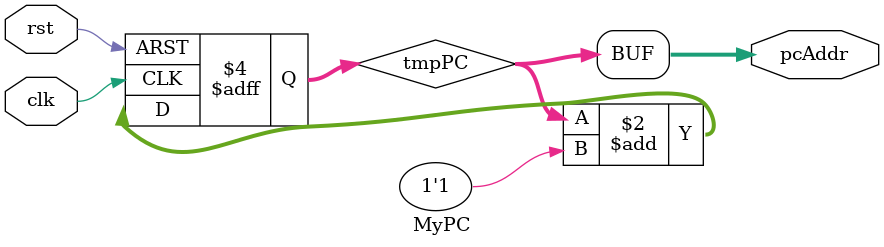
<source format=v>
module MyPC(
    input clk, 
    input rst,
    //input wire [7:0] initAddr,
    output [7:0] pcAddr
);
    reg [7:0] tmpPC = 8'b0;
    
    always @(posedge clk or posedge rst) begin
        if(rst)
            tmpPC = 8'b0;//8'b01011010;
        //else if(tmpPC == 8'b0)
            //tmpPC = initAddr;
        else
            tmpPC = tmpPC + 1'b1;
    end
    assign pcAddr = tmpPC;
endmodule

</source>
